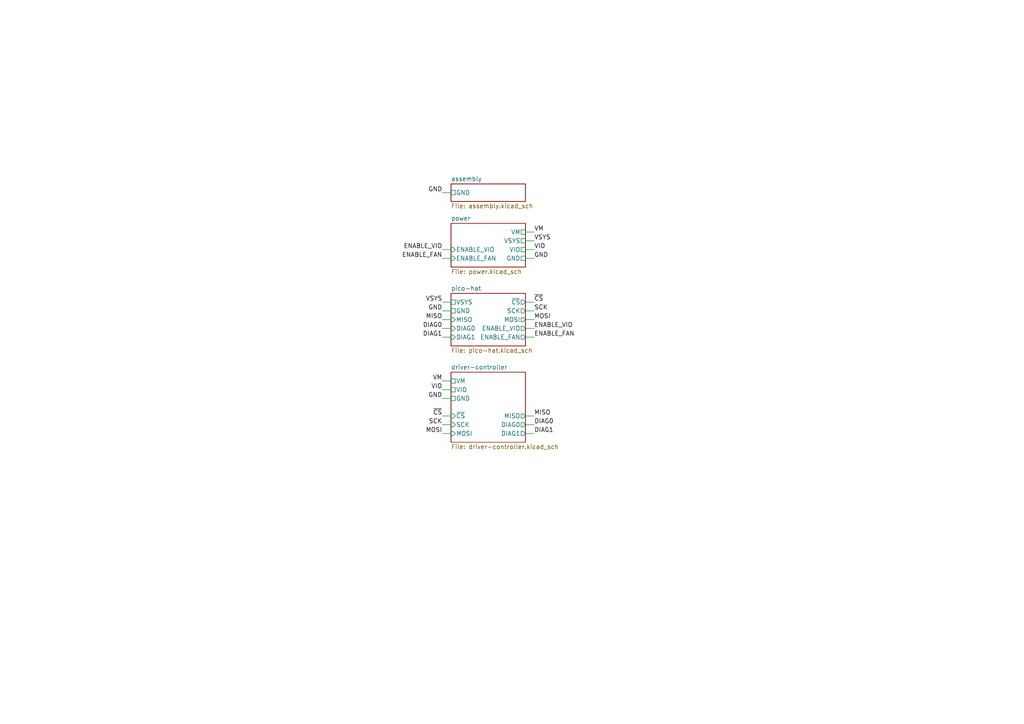
<source format=kicad_sch>
(kicad_sch (version 20230121) (generator eeschema)
  (paper "A4")
  (title_block (title "stepper-controller") (date "2024-04-17") (rev "1.0") (company "Howard Hughes Medical Institute"))
  (lib_symbols)
  (wire (pts (xy 130.81 97.79) (xy 128.27 97.79)))
  (wire (pts (xy 130.81 123.19) (xy 128.27 123.19)))
  (wire (pts (xy 130.81 74.93) (xy 128.27 74.93)))
  (wire (pts (xy 154.94 69.85) (xy 152.4 69.85)))
  (wire (pts (xy 152.4 92.71) (xy 154.94 92.71)))
  (wire (pts (xy 128.27 113.03) (xy 130.81 113.03)))
  (wire (pts (xy 130.81 125.73) (xy 128.27 125.73)))
  (wire (pts (xy 154.94 67.31) (xy 152.4 67.31)))
  (wire (pts (xy 130.81 120.65) (xy 128.27 120.65)))
  (wire (pts (xy 152.4 125.73) (xy 154.94 125.73)))
  (wire (pts (xy 130.81 92.71) (xy 128.27 92.71)))
  (wire (pts (xy 128.27 55.88) (xy 130.81 55.88)))
  (wire (pts (xy 128.27 110.49) (xy 130.81 110.49)))
  (wire (pts (xy 152.4 123.19) (xy 154.94 123.19)))
  (wire (pts (xy 152.4 120.65) (xy 154.94 120.65)))
  (wire (pts (xy 128.27 115.57) (xy 130.81 115.57)))
  (wire (pts (xy 152.4 90.17) (xy 154.94 90.17)))
  (wire (pts (xy 130.81 95.25) (xy 128.27 95.25)))
  (wire (pts (xy 154.94 74.93) (xy 152.4 74.93)))
  (wire (pts (xy 152.4 97.79) (xy 154.94 97.79)))
  (wire (pts (xy 128.27 87.63) (xy 130.81 87.63)))
  (wire (pts (xy 128.27 90.17) (xy 130.81 90.17)))
  (wire (pts (xy 152.4 95.25) (xy 154.94 95.25)))
  (wire (pts (xy 154.94 72.39) (xy 152.4 72.39)))
  (wire (pts (xy 152.4 87.63) (xy 154.94 87.63)))
  (wire (pts (xy 130.81 72.39) (xy 128.27 72.39)))
  (label "GND" (at 154.94 74.93 0))
  (label "DIAG1" (at 154.94 125.73 0))
  (label "VIO" (at 154.94 72.39 0))
  (label "DIAG1" (at 128.27 97.79 180))
  (label "VSYS" (at 154.94 69.85 0))
  (label "MOSI" (at 128.27 125.73 180))
  (label "ENABLE_VIO" (at 154.94 95.25 0))
  (label "MISO" (at 128.27 92.71 180))
  (label "ENABLE_FAN" (at 154.94 97.79 0))
  (label "VSYS" (at 128.27 87.63 180))
  (label "VIO" (at 128.27 113.03 180))
  (label "VM" (at 128.27 110.49 180))
  (label "SCK" (at 154.94 90.17 0))
  (label "DIAG0" (at 154.94 123.19 0))
  (label "GND" (at 128.27 90.17 180))
  (label "GND" (at 128.27 55.88 180))
  (label "MOSI" (at 154.94 92.71 0))
  (label "GND" (at 128.27 115.57 180))
  (label "MISO" (at 154.94 120.65 0))
  (label "ENABLE_VIO" (at 128.27 72.39 180))
  (label "SCK" (at 128.27 123.19 180))
  (label "~{CS}" (at 154.94 87.63 0))
  (label "~{CS}" (at 128.27 120.65 180))
  (label "ENABLE_FAN" (at 128.27 74.93 180))
  (label "VM" (at 154.94 67.31 0))
  (label "DIAG0" (at 128.27 95.25 180))
  (sheet (at 130.81 107.95) (size 21.59 20.32) (stroke (width 0.1524))
    (property "Sheetname" "driver-controller" (at 130.81 107.2384 0) (effects (justify left bottom)))
    (property "Sheetfile" "driver-controller.kicad_sch" (at 130.81 128.8546 0) (effects (justify left top)))
    (pin "VM" passive (at 130.81 110.49 180))
    (pin "VIO" passive (at 130.81 113.03 180))
    (pin "GND" passive (at 130.81 115.57 180))
    (pin "~{CS}" input (at 130.81 120.65 180))
    (pin "SCK" input (at 130.81 123.19 180))
    (pin "DIAG0" output (at 152.4 123.19 0))
    (pin "DIAG1" output (at 152.4 125.73 0))
    (pin "MISO" output (at 152.4 120.65 0))
    (pin "MOSI" input (at 130.81 125.73 180))
  )
  (sheet (at 130.81 53.34) (size 21.59 5.08) (stroke (width 0.1524))
    (property "Sheetname" "assembly" (at 130.81 52.6284 0) (effects (justify left bottom)))
    (property "Sheetfile" "assembly.kicad_sch" (at 130.81 59.0046 0) (effects (justify left top)))
    (pin "GND" passive (at 130.81 55.88 180))
  )
  (sheet (at 130.81 85.09) (size 21.59 15.24) (stroke (width 0.1524))
    (property "Sheetname" "pico-hat" (at 130.81 84.3784 0) (effects (justify left bottom)))
    (property "Sheetfile" "pico-hat.kicad_sch" (at 130.81 100.9146 0) (effects (justify left top)))
    (pin "GND" passive (at 130.81 90.17 180))
    (pin "SCK" output (at 152.4 90.17 0))
    (pin "~{CS}" output (at 152.4 87.63 0))
    (pin "MOSI" output (at 152.4 92.71 0))
    (pin "MISO" input (at 130.81 92.71 180))
    (pin "DIAG0" input (at 130.81 95.25 180))
    (pin "DIAG1" input (at 130.81 97.79 180))
    (pin "ENABLE_VIO" output (at 152.4 95.25 0))
    (pin "ENABLE_FAN" output (at 152.4 97.79 0))
    (pin "VSYS" passive (at 130.81 87.63 180))
  )
  (sheet (at 130.81 64.77) (size 21.59 12.7) (stroke (width 0.1524))
    (property "Sheetname" "power" (at 130.81 64.0584 0) (effects (justify left bottom)))
    (property "Sheetfile" "power.kicad_sch" (at 130.81 78.0546 0) (effects (justify left top)))
    (pin "GND" passive (at 152.4 74.93 0))
    (pin "VM" passive (at 152.4 67.31 0))
    (pin "VIO" passive (at 152.4 72.39 0))
    (pin "ENABLE_VIO" input (at 130.81 72.39 180))
    (pin "ENABLE_FAN" input (at 130.81 74.93 180))
    (pin "VSYS" passive (at 152.4 69.85 0))
  )
)
</source>
